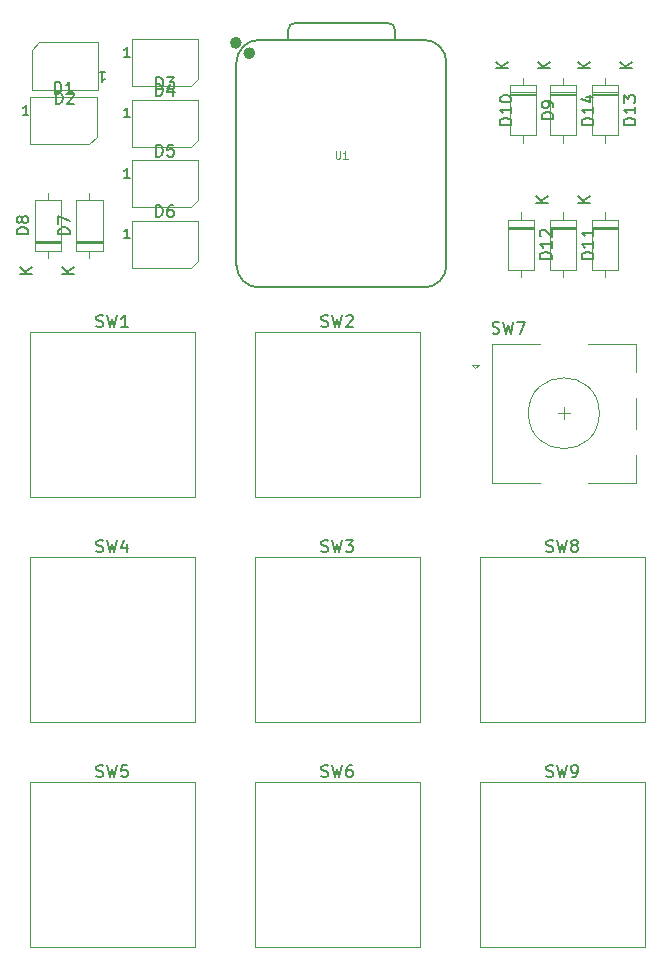
<source format=gbr>
%TF.GenerationSoftware,KiCad,Pcbnew,9.0.2*%
%TF.CreationDate,2025-08-01T00:08:25-07:00*%
%TF.ProjectId,macropad,6d616372-6f70-4616-942e-6b696361645f,rev?*%
%TF.SameCoordinates,Original*%
%TF.FileFunction,Legend,Top*%
%TF.FilePolarity,Positive*%
%FSLAX46Y46*%
G04 Gerber Fmt 4.6, Leading zero omitted, Abs format (unit mm)*
G04 Created by KiCad (PCBNEW 9.0.2) date 2025-08-01 00:08:25*
%MOMM*%
%LPD*%
G01*
G04 APERTURE LIST*
%ADD10C,0.150000*%
%ADD11C,0.101600*%
%ADD12C,0.120000*%
%ADD13C,0.127000*%
%ADD14C,0.100000*%
%ADD15C,0.504000*%
G04 APERTURE END LIST*
D10*
X70411905Y-53404819D02*
X70411905Y-52404819D01*
X70411905Y-52404819D02*
X70650000Y-52404819D01*
X70650000Y-52404819D02*
X70792857Y-52452438D01*
X70792857Y-52452438D02*
X70888095Y-52547676D01*
X70888095Y-52547676D02*
X70935714Y-52642914D01*
X70935714Y-52642914D02*
X70983333Y-52833390D01*
X70983333Y-52833390D02*
X70983333Y-52976247D01*
X70983333Y-52976247D02*
X70935714Y-53166723D01*
X70935714Y-53166723D02*
X70888095Y-53261961D01*
X70888095Y-53261961D02*
X70792857Y-53357200D01*
X70792857Y-53357200D02*
X70650000Y-53404819D01*
X70650000Y-53404819D02*
X70411905Y-53404819D01*
X71316667Y-52404819D02*
X71935714Y-52404819D01*
X71935714Y-52404819D02*
X71602381Y-52785771D01*
X71602381Y-52785771D02*
X71745238Y-52785771D01*
X71745238Y-52785771D02*
X71840476Y-52833390D01*
X71840476Y-52833390D02*
X71888095Y-52881009D01*
X71888095Y-52881009D02*
X71935714Y-52976247D01*
X71935714Y-52976247D02*
X71935714Y-53214342D01*
X71935714Y-53214342D02*
X71888095Y-53309580D01*
X71888095Y-53309580D02*
X71840476Y-53357200D01*
X71840476Y-53357200D02*
X71745238Y-53404819D01*
X71745238Y-53404819D02*
X71459524Y-53404819D01*
X71459524Y-53404819D02*
X71364286Y-53357200D01*
X71364286Y-53357200D02*
X71316667Y-53309580D01*
X68151071Y-50652295D02*
X67693928Y-50652295D01*
X67922500Y-50652295D02*
X67922500Y-49852295D01*
X67922500Y-49852295D02*
X67846309Y-49966580D01*
X67846309Y-49966580D02*
X67770119Y-50042771D01*
X67770119Y-50042771D02*
X67693928Y-50080866D01*
X61911905Y-54654819D02*
X61911905Y-53654819D01*
X61911905Y-53654819D02*
X62150000Y-53654819D01*
X62150000Y-53654819D02*
X62292857Y-53702438D01*
X62292857Y-53702438D02*
X62388095Y-53797676D01*
X62388095Y-53797676D02*
X62435714Y-53892914D01*
X62435714Y-53892914D02*
X62483333Y-54083390D01*
X62483333Y-54083390D02*
X62483333Y-54226247D01*
X62483333Y-54226247D02*
X62435714Y-54416723D01*
X62435714Y-54416723D02*
X62388095Y-54511961D01*
X62388095Y-54511961D02*
X62292857Y-54607200D01*
X62292857Y-54607200D02*
X62150000Y-54654819D01*
X62150000Y-54654819D02*
X61911905Y-54654819D01*
X62864286Y-53750057D02*
X62911905Y-53702438D01*
X62911905Y-53702438D02*
X63007143Y-53654819D01*
X63007143Y-53654819D02*
X63245238Y-53654819D01*
X63245238Y-53654819D02*
X63340476Y-53702438D01*
X63340476Y-53702438D02*
X63388095Y-53750057D01*
X63388095Y-53750057D02*
X63435714Y-53845295D01*
X63435714Y-53845295D02*
X63435714Y-53940533D01*
X63435714Y-53940533D02*
X63388095Y-54083390D01*
X63388095Y-54083390D02*
X62816667Y-54654819D01*
X62816667Y-54654819D02*
X63435714Y-54654819D01*
X65621428Y-51962704D02*
X66078571Y-51962704D01*
X65849999Y-51962704D02*
X65849999Y-52762704D01*
X65849999Y-52762704D02*
X65926190Y-52648419D01*
X65926190Y-52648419D02*
X66002380Y-52572228D01*
X66002380Y-52572228D02*
X66078571Y-52534133D01*
X70384405Y-53989819D02*
X70384405Y-52989819D01*
X70384405Y-52989819D02*
X70622500Y-52989819D01*
X70622500Y-52989819D02*
X70765357Y-53037438D01*
X70765357Y-53037438D02*
X70860595Y-53132676D01*
X70860595Y-53132676D02*
X70908214Y-53227914D01*
X70908214Y-53227914D02*
X70955833Y-53418390D01*
X70955833Y-53418390D02*
X70955833Y-53561247D01*
X70955833Y-53561247D02*
X70908214Y-53751723D01*
X70908214Y-53751723D02*
X70860595Y-53846961D01*
X70860595Y-53846961D02*
X70765357Y-53942200D01*
X70765357Y-53942200D02*
X70622500Y-53989819D01*
X70622500Y-53989819D02*
X70384405Y-53989819D01*
X71812976Y-53323152D02*
X71812976Y-53989819D01*
X71574881Y-52942200D02*
X71336786Y-53656485D01*
X71336786Y-53656485D02*
X71955833Y-53656485D01*
X68151071Y-55772295D02*
X67693928Y-55772295D01*
X67922500Y-55772295D02*
X67922500Y-54972295D01*
X67922500Y-54972295D02*
X67846309Y-55086580D01*
X67846309Y-55086580D02*
X67770119Y-55162771D01*
X67770119Y-55162771D02*
X67693928Y-55200866D01*
X70384405Y-59109819D02*
X70384405Y-58109819D01*
X70384405Y-58109819D02*
X70622500Y-58109819D01*
X70622500Y-58109819D02*
X70765357Y-58157438D01*
X70765357Y-58157438D02*
X70860595Y-58252676D01*
X70860595Y-58252676D02*
X70908214Y-58347914D01*
X70908214Y-58347914D02*
X70955833Y-58538390D01*
X70955833Y-58538390D02*
X70955833Y-58681247D01*
X70955833Y-58681247D02*
X70908214Y-58871723D01*
X70908214Y-58871723D02*
X70860595Y-58966961D01*
X70860595Y-58966961D02*
X70765357Y-59062200D01*
X70765357Y-59062200D02*
X70622500Y-59109819D01*
X70622500Y-59109819D02*
X70384405Y-59109819D01*
X71860595Y-58109819D02*
X71384405Y-58109819D01*
X71384405Y-58109819D02*
X71336786Y-58586009D01*
X71336786Y-58586009D02*
X71384405Y-58538390D01*
X71384405Y-58538390D02*
X71479643Y-58490771D01*
X71479643Y-58490771D02*
X71717738Y-58490771D01*
X71717738Y-58490771D02*
X71812976Y-58538390D01*
X71812976Y-58538390D02*
X71860595Y-58586009D01*
X71860595Y-58586009D02*
X71908214Y-58681247D01*
X71908214Y-58681247D02*
X71908214Y-58919342D01*
X71908214Y-58919342D02*
X71860595Y-59014580D01*
X71860595Y-59014580D02*
X71812976Y-59062200D01*
X71812976Y-59062200D02*
X71717738Y-59109819D01*
X71717738Y-59109819D02*
X71479643Y-59109819D01*
X71479643Y-59109819D02*
X71384405Y-59062200D01*
X71384405Y-59062200D02*
X71336786Y-59014580D01*
X68151071Y-60892295D02*
X67693928Y-60892295D01*
X67922500Y-60892295D02*
X67922500Y-60092295D01*
X67922500Y-60092295D02*
X67846309Y-60206580D01*
X67846309Y-60206580D02*
X67770119Y-60282771D01*
X67770119Y-60282771D02*
X67693928Y-60320866D01*
X70384405Y-64229819D02*
X70384405Y-63229819D01*
X70384405Y-63229819D02*
X70622500Y-63229819D01*
X70622500Y-63229819D02*
X70765357Y-63277438D01*
X70765357Y-63277438D02*
X70860595Y-63372676D01*
X70860595Y-63372676D02*
X70908214Y-63467914D01*
X70908214Y-63467914D02*
X70955833Y-63658390D01*
X70955833Y-63658390D02*
X70955833Y-63801247D01*
X70955833Y-63801247D02*
X70908214Y-63991723D01*
X70908214Y-63991723D02*
X70860595Y-64086961D01*
X70860595Y-64086961D02*
X70765357Y-64182200D01*
X70765357Y-64182200D02*
X70622500Y-64229819D01*
X70622500Y-64229819D02*
X70384405Y-64229819D01*
X71812976Y-63229819D02*
X71622500Y-63229819D01*
X71622500Y-63229819D02*
X71527262Y-63277438D01*
X71527262Y-63277438D02*
X71479643Y-63325057D01*
X71479643Y-63325057D02*
X71384405Y-63467914D01*
X71384405Y-63467914D02*
X71336786Y-63658390D01*
X71336786Y-63658390D02*
X71336786Y-64039342D01*
X71336786Y-64039342D02*
X71384405Y-64134580D01*
X71384405Y-64134580D02*
X71432024Y-64182200D01*
X71432024Y-64182200D02*
X71527262Y-64229819D01*
X71527262Y-64229819D02*
X71717738Y-64229819D01*
X71717738Y-64229819D02*
X71812976Y-64182200D01*
X71812976Y-64182200D02*
X71860595Y-64134580D01*
X71860595Y-64134580D02*
X71908214Y-64039342D01*
X71908214Y-64039342D02*
X71908214Y-63801247D01*
X71908214Y-63801247D02*
X71860595Y-63706009D01*
X71860595Y-63706009D02*
X71812976Y-63658390D01*
X71812976Y-63658390D02*
X71717738Y-63610771D01*
X71717738Y-63610771D02*
X71527262Y-63610771D01*
X71527262Y-63610771D02*
X71432024Y-63658390D01*
X71432024Y-63658390D02*
X71384405Y-63706009D01*
X71384405Y-63706009D02*
X71336786Y-63801247D01*
X68151071Y-66012295D02*
X67693928Y-66012295D01*
X67922500Y-66012295D02*
X67922500Y-65212295D01*
X67922500Y-65212295D02*
X67846309Y-65326580D01*
X67846309Y-65326580D02*
X67770119Y-65402771D01*
X67770119Y-65402771D02*
X67693928Y-65440866D01*
X61811905Y-53779819D02*
X61811905Y-52779819D01*
X61811905Y-52779819D02*
X62050000Y-52779819D01*
X62050000Y-52779819D02*
X62192857Y-52827438D01*
X62192857Y-52827438D02*
X62288095Y-52922676D01*
X62288095Y-52922676D02*
X62335714Y-53017914D01*
X62335714Y-53017914D02*
X62383333Y-53208390D01*
X62383333Y-53208390D02*
X62383333Y-53351247D01*
X62383333Y-53351247D02*
X62335714Y-53541723D01*
X62335714Y-53541723D02*
X62288095Y-53636961D01*
X62288095Y-53636961D02*
X62192857Y-53732200D01*
X62192857Y-53732200D02*
X62050000Y-53779819D01*
X62050000Y-53779819D02*
X61811905Y-53779819D01*
X63335714Y-53779819D02*
X62764286Y-53779819D01*
X63050000Y-53779819D02*
X63050000Y-52779819D01*
X63050000Y-52779819D02*
X62954762Y-52922676D01*
X62954762Y-52922676D02*
X62859524Y-53017914D01*
X62859524Y-53017914D02*
X62764286Y-53065533D01*
X59578571Y-55562295D02*
X59121428Y-55562295D01*
X59350000Y-55562295D02*
X59350000Y-54762295D01*
X59350000Y-54762295D02*
X59273809Y-54876580D01*
X59273809Y-54876580D02*
X59197619Y-54952771D01*
X59197619Y-54952771D02*
X59121428Y-54990866D01*
X110974819Y-56414285D02*
X109974819Y-56414285D01*
X109974819Y-56414285D02*
X109974819Y-56176190D01*
X109974819Y-56176190D02*
X110022438Y-56033333D01*
X110022438Y-56033333D02*
X110117676Y-55938095D01*
X110117676Y-55938095D02*
X110212914Y-55890476D01*
X110212914Y-55890476D02*
X110403390Y-55842857D01*
X110403390Y-55842857D02*
X110546247Y-55842857D01*
X110546247Y-55842857D02*
X110736723Y-55890476D01*
X110736723Y-55890476D02*
X110831961Y-55938095D01*
X110831961Y-55938095D02*
X110927200Y-56033333D01*
X110927200Y-56033333D02*
X110974819Y-56176190D01*
X110974819Y-56176190D02*
X110974819Y-56414285D01*
X110974819Y-54890476D02*
X110974819Y-55461904D01*
X110974819Y-55176190D02*
X109974819Y-55176190D01*
X109974819Y-55176190D02*
X110117676Y-55271428D01*
X110117676Y-55271428D02*
X110212914Y-55366666D01*
X110212914Y-55366666D02*
X110260533Y-55461904D01*
X109974819Y-54557142D02*
X109974819Y-53938095D01*
X109974819Y-53938095D02*
X110355771Y-54271428D01*
X110355771Y-54271428D02*
X110355771Y-54128571D01*
X110355771Y-54128571D02*
X110403390Y-54033333D01*
X110403390Y-54033333D02*
X110451009Y-53985714D01*
X110451009Y-53985714D02*
X110546247Y-53938095D01*
X110546247Y-53938095D02*
X110784342Y-53938095D01*
X110784342Y-53938095D02*
X110879580Y-53985714D01*
X110879580Y-53985714D02*
X110927200Y-54033333D01*
X110927200Y-54033333D02*
X110974819Y-54128571D01*
X110974819Y-54128571D02*
X110974819Y-54414285D01*
X110974819Y-54414285D02*
X110927200Y-54509523D01*
X110927200Y-54509523D02*
X110879580Y-54557142D01*
X110654819Y-51651904D02*
X109654819Y-51651904D01*
X110654819Y-51080476D02*
X110083390Y-51509047D01*
X109654819Y-51080476D02*
X110226247Y-51651904D01*
X107424819Y-56414285D02*
X106424819Y-56414285D01*
X106424819Y-56414285D02*
X106424819Y-56176190D01*
X106424819Y-56176190D02*
X106472438Y-56033333D01*
X106472438Y-56033333D02*
X106567676Y-55938095D01*
X106567676Y-55938095D02*
X106662914Y-55890476D01*
X106662914Y-55890476D02*
X106853390Y-55842857D01*
X106853390Y-55842857D02*
X106996247Y-55842857D01*
X106996247Y-55842857D02*
X107186723Y-55890476D01*
X107186723Y-55890476D02*
X107281961Y-55938095D01*
X107281961Y-55938095D02*
X107377200Y-56033333D01*
X107377200Y-56033333D02*
X107424819Y-56176190D01*
X107424819Y-56176190D02*
X107424819Y-56414285D01*
X107424819Y-54890476D02*
X107424819Y-55461904D01*
X107424819Y-55176190D02*
X106424819Y-55176190D01*
X106424819Y-55176190D02*
X106567676Y-55271428D01*
X106567676Y-55271428D02*
X106662914Y-55366666D01*
X106662914Y-55366666D02*
X106710533Y-55461904D01*
X106758152Y-54033333D02*
X107424819Y-54033333D01*
X106377200Y-54271428D02*
X107091485Y-54509523D01*
X107091485Y-54509523D02*
X107091485Y-53890476D01*
X107104819Y-51651904D02*
X106104819Y-51651904D01*
X107104819Y-51080476D02*
X106533390Y-51509047D01*
X106104819Y-51080476D02*
X106676247Y-51651904D01*
X103874819Y-67774285D02*
X102874819Y-67774285D01*
X102874819Y-67774285D02*
X102874819Y-67536190D01*
X102874819Y-67536190D02*
X102922438Y-67393333D01*
X102922438Y-67393333D02*
X103017676Y-67298095D01*
X103017676Y-67298095D02*
X103112914Y-67250476D01*
X103112914Y-67250476D02*
X103303390Y-67202857D01*
X103303390Y-67202857D02*
X103446247Y-67202857D01*
X103446247Y-67202857D02*
X103636723Y-67250476D01*
X103636723Y-67250476D02*
X103731961Y-67298095D01*
X103731961Y-67298095D02*
X103827200Y-67393333D01*
X103827200Y-67393333D02*
X103874819Y-67536190D01*
X103874819Y-67536190D02*
X103874819Y-67774285D01*
X103874819Y-66250476D02*
X103874819Y-66821904D01*
X103874819Y-66536190D02*
X102874819Y-66536190D01*
X102874819Y-66536190D02*
X103017676Y-66631428D01*
X103017676Y-66631428D02*
X103112914Y-66726666D01*
X103112914Y-66726666D02*
X103160533Y-66821904D01*
X102970057Y-65869523D02*
X102922438Y-65821904D01*
X102922438Y-65821904D02*
X102874819Y-65726666D01*
X102874819Y-65726666D02*
X102874819Y-65488571D01*
X102874819Y-65488571D02*
X102922438Y-65393333D01*
X102922438Y-65393333D02*
X102970057Y-65345714D01*
X102970057Y-65345714D02*
X103065295Y-65298095D01*
X103065295Y-65298095D02*
X103160533Y-65298095D01*
X103160533Y-65298095D02*
X103303390Y-65345714D01*
X103303390Y-65345714D02*
X103874819Y-65917142D01*
X103874819Y-65917142D02*
X103874819Y-65298095D01*
X103554819Y-63011904D02*
X102554819Y-63011904D01*
X103554819Y-62440476D02*
X102983390Y-62869047D01*
X102554819Y-62440476D02*
X103126247Y-63011904D01*
X63084819Y-65688094D02*
X62084819Y-65688094D01*
X62084819Y-65688094D02*
X62084819Y-65449999D01*
X62084819Y-65449999D02*
X62132438Y-65307142D01*
X62132438Y-65307142D02*
X62227676Y-65211904D01*
X62227676Y-65211904D02*
X62322914Y-65164285D01*
X62322914Y-65164285D02*
X62513390Y-65116666D01*
X62513390Y-65116666D02*
X62656247Y-65116666D01*
X62656247Y-65116666D02*
X62846723Y-65164285D01*
X62846723Y-65164285D02*
X62941961Y-65211904D01*
X62941961Y-65211904D02*
X63037200Y-65307142D01*
X63037200Y-65307142D02*
X63084819Y-65449999D01*
X63084819Y-65449999D02*
X63084819Y-65688094D01*
X62084819Y-64783332D02*
X62084819Y-64116666D01*
X62084819Y-64116666D02*
X63084819Y-64545237D01*
X63404819Y-69021904D02*
X62404819Y-69021904D01*
X63404819Y-68450476D02*
X62833390Y-68879047D01*
X62404819Y-68450476D02*
X62976247Y-69021904D01*
X104024819Y-55938094D02*
X103024819Y-55938094D01*
X103024819Y-55938094D02*
X103024819Y-55699999D01*
X103024819Y-55699999D02*
X103072438Y-55557142D01*
X103072438Y-55557142D02*
X103167676Y-55461904D01*
X103167676Y-55461904D02*
X103262914Y-55414285D01*
X103262914Y-55414285D02*
X103453390Y-55366666D01*
X103453390Y-55366666D02*
X103596247Y-55366666D01*
X103596247Y-55366666D02*
X103786723Y-55414285D01*
X103786723Y-55414285D02*
X103881961Y-55461904D01*
X103881961Y-55461904D02*
X103977200Y-55557142D01*
X103977200Y-55557142D02*
X104024819Y-55699999D01*
X104024819Y-55699999D02*
X104024819Y-55938094D01*
X104024819Y-54890475D02*
X104024819Y-54699999D01*
X104024819Y-54699999D02*
X103977200Y-54604761D01*
X103977200Y-54604761D02*
X103929580Y-54557142D01*
X103929580Y-54557142D02*
X103786723Y-54461904D01*
X103786723Y-54461904D02*
X103596247Y-54414285D01*
X103596247Y-54414285D02*
X103215295Y-54414285D01*
X103215295Y-54414285D02*
X103120057Y-54461904D01*
X103120057Y-54461904D02*
X103072438Y-54509523D01*
X103072438Y-54509523D02*
X103024819Y-54604761D01*
X103024819Y-54604761D02*
X103024819Y-54795237D01*
X103024819Y-54795237D02*
X103072438Y-54890475D01*
X103072438Y-54890475D02*
X103120057Y-54938094D01*
X103120057Y-54938094D02*
X103215295Y-54985713D01*
X103215295Y-54985713D02*
X103453390Y-54985713D01*
X103453390Y-54985713D02*
X103548628Y-54938094D01*
X103548628Y-54938094D02*
X103596247Y-54890475D01*
X103596247Y-54890475D02*
X103643866Y-54795237D01*
X103643866Y-54795237D02*
X103643866Y-54604761D01*
X103643866Y-54604761D02*
X103596247Y-54509523D01*
X103596247Y-54509523D02*
X103548628Y-54461904D01*
X103548628Y-54461904D02*
X103453390Y-54414285D01*
X103704819Y-51651904D02*
X102704819Y-51651904D01*
X103704819Y-51080476D02*
X103133390Y-51509047D01*
X102704819Y-51080476D02*
X103276247Y-51651904D01*
X100474819Y-56414285D02*
X99474819Y-56414285D01*
X99474819Y-56414285D02*
X99474819Y-56176190D01*
X99474819Y-56176190D02*
X99522438Y-56033333D01*
X99522438Y-56033333D02*
X99617676Y-55938095D01*
X99617676Y-55938095D02*
X99712914Y-55890476D01*
X99712914Y-55890476D02*
X99903390Y-55842857D01*
X99903390Y-55842857D02*
X100046247Y-55842857D01*
X100046247Y-55842857D02*
X100236723Y-55890476D01*
X100236723Y-55890476D02*
X100331961Y-55938095D01*
X100331961Y-55938095D02*
X100427200Y-56033333D01*
X100427200Y-56033333D02*
X100474819Y-56176190D01*
X100474819Y-56176190D02*
X100474819Y-56414285D01*
X100474819Y-54890476D02*
X100474819Y-55461904D01*
X100474819Y-55176190D02*
X99474819Y-55176190D01*
X99474819Y-55176190D02*
X99617676Y-55271428D01*
X99617676Y-55271428D02*
X99712914Y-55366666D01*
X99712914Y-55366666D02*
X99760533Y-55461904D01*
X99474819Y-54271428D02*
X99474819Y-54176190D01*
X99474819Y-54176190D02*
X99522438Y-54080952D01*
X99522438Y-54080952D02*
X99570057Y-54033333D01*
X99570057Y-54033333D02*
X99665295Y-53985714D01*
X99665295Y-53985714D02*
X99855771Y-53938095D01*
X99855771Y-53938095D02*
X100093866Y-53938095D01*
X100093866Y-53938095D02*
X100284342Y-53985714D01*
X100284342Y-53985714D02*
X100379580Y-54033333D01*
X100379580Y-54033333D02*
X100427200Y-54080952D01*
X100427200Y-54080952D02*
X100474819Y-54176190D01*
X100474819Y-54176190D02*
X100474819Y-54271428D01*
X100474819Y-54271428D02*
X100427200Y-54366666D01*
X100427200Y-54366666D02*
X100379580Y-54414285D01*
X100379580Y-54414285D02*
X100284342Y-54461904D01*
X100284342Y-54461904D02*
X100093866Y-54509523D01*
X100093866Y-54509523D02*
X99855771Y-54509523D01*
X99855771Y-54509523D02*
X99665295Y-54461904D01*
X99665295Y-54461904D02*
X99570057Y-54414285D01*
X99570057Y-54414285D02*
X99522438Y-54366666D01*
X99522438Y-54366666D02*
X99474819Y-54271428D01*
X100154819Y-51651904D02*
X99154819Y-51651904D01*
X100154819Y-51080476D02*
X99583390Y-51509047D01*
X99154819Y-51080476D02*
X99726247Y-51651904D01*
X59584819Y-65688094D02*
X58584819Y-65688094D01*
X58584819Y-65688094D02*
X58584819Y-65449999D01*
X58584819Y-65449999D02*
X58632438Y-65307142D01*
X58632438Y-65307142D02*
X58727676Y-65211904D01*
X58727676Y-65211904D02*
X58822914Y-65164285D01*
X58822914Y-65164285D02*
X59013390Y-65116666D01*
X59013390Y-65116666D02*
X59156247Y-65116666D01*
X59156247Y-65116666D02*
X59346723Y-65164285D01*
X59346723Y-65164285D02*
X59441961Y-65211904D01*
X59441961Y-65211904D02*
X59537200Y-65307142D01*
X59537200Y-65307142D02*
X59584819Y-65449999D01*
X59584819Y-65449999D02*
X59584819Y-65688094D01*
X59013390Y-64545237D02*
X58965771Y-64640475D01*
X58965771Y-64640475D02*
X58918152Y-64688094D01*
X58918152Y-64688094D02*
X58822914Y-64735713D01*
X58822914Y-64735713D02*
X58775295Y-64735713D01*
X58775295Y-64735713D02*
X58680057Y-64688094D01*
X58680057Y-64688094D02*
X58632438Y-64640475D01*
X58632438Y-64640475D02*
X58584819Y-64545237D01*
X58584819Y-64545237D02*
X58584819Y-64354761D01*
X58584819Y-64354761D02*
X58632438Y-64259523D01*
X58632438Y-64259523D02*
X58680057Y-64211904D01*
X58680057Y-64211904D02*
X58775295Y-64164285D01*
X58775295Y-64164285D02*
X58822914Y-64164285D01*
X58822914Y-64164285D02*
X58918152Y-64211904D01*
X58918152Y-64211904D02*
X58965771Y-64259523D01*
X58965771Y-64259523D02*
X59013390Y-64354761D01*
X59013390Y-64354761D02*
X59013390Y-64545237D01*
X59013390Y-64545237D02*
X59061009Y-64640475D01*
X59061009Y-64640475D02*
X59108628Y-64688094D01*
X59108628Y-64688094D02*
X59203866Y-64735713D01*
X59203866Y-64735713D02*
X59394342Y-64735713D01*
X59394342Y-64735713D02*
X59489580Y-64688094D01*
X59489580Y-64688094D02*
X59537200Y-64640475D01*
X59537200Y-64640475D02*
X59584819Y-64545237D01*
X59584819Y-64545237D02*
X59584819Y-64354761D01*
X59584819Y-64354761D02*
X59537200Y-64259523D01*
X59537200Y-64259523D02*
X59489580Y-64211904D01*
X59489580Y-64211904D02*
X59394342Y-64164285D01*
X59394342Y-64164285D02*
X59203866Y-64164285D01*
X59203866Y-64164285D02*
X59108628Y-64211904D01*
X59108628Y-64211904D02*
X59061009Y-64259523D01*
X59061009Y-64259523D02*
X59013390Y-64354761D01*
X59904819Y-69021904D02*
X58904819Y-69021904D01*
X59904819Y-68450476D02*
X59333390Y-68879047D01*
X58904819Y-68450476D02*
X59476247Y-69021904D01*
X107424819Y-67774285D02*
X106424819Y-67774285D01*
X106424819Y-67774285D02*
X106424819Y-67536190D01*
X106424819Y-67536190D02*
X106472438Y-67393333D01*
X106472438Y-67393333D02*
X106567676Y-67298095D01*
X106567676Y-67298095D02*
X106662914Y-67250476D01*
X106662914Y-67250476D02*
X106853390Y-67202857D01*
X106853390Y-67202857D02*
X106996247Y-67202857D01*
X106996247Y-67202857D02*
X107186723Y-67250476D01*
X107186723Y-67250476D02*
X107281961Y-67298095D01*
X107281961Y-67298095D02*
X107377200Y-67393333D01*
X107377200Y-67393333D02*
X107424819Y-67536190D01*
X107424819Y-67536190D02*
X107424819Y-67774285D01*
X107424819Y-66250476D02*
X107424819Y-66821904D01*
X107424819Y-66536190D02*
X106424819Y-66536190D01*
X106424819Y-66536190D02*
X106567676Y-66631428D01*
X106567676Y-66631428D02*
X106662914Y-66726666D01*
X106662914Y-66726666D02*
X106710533Y-66821904D01*
X107424819Y-65298095D02*
X107424819Y-65869523D01*
X107424819Y-65583809D02*
X106424819Y-65583809D01*
X106424819Y-65583809D02*
X106567676Y-65679047D01*
X106567676Y-65679047D02*
X106662914Y-65774285D01*
X106662914Y-65774285D02*
X106710533Y-65869523D01*
X107104819Y-63011904D02*
X106104819Y-63011904D01*
X107104819Y-62440476D02*
X106533390Y-62869047D01*
X106104819Y-62440476D02*
X106676247Y-63011904D01*
D11*
X85606190Y-58664979D02*
X85606190Y-59179026D01*
X85606190Y-59179026D02*
X85636428Y-59239502D01*
X85636428Y-59239502D02*
X85666666Y-59269741D01*
X85666666Y-59269741D02*
X85727142Y-59299979D01*
X85727142Y-59299979D02*
X85848095Y-59299979D01*
X85848095Y-59299979D02*
X85908571Y-59269741D01*
X85908571Y-59269741D02*
X85938809Y-59239502D01*
X85938809Y-59239502D02*
X85969047Y-59179026D01*
X85969047Y-59179026D02*
X85969047Y-58664979D01*
X86604047Y-59299979D02*
X86241190Y-59299979D01*
X86422618Y-59299979D02*
X86422618Y-58664979D01*
X86422618Y-58664979D02*
X86362142Y-58755693D01*
X86362142Y-58755693D02*
X86301666Y-58816169D01*
X86301666Y-58816169D02*
X86241190Y-58846407D01*
D10*
X103441667Y-111595700D02*
X103584524Y-111643319D01*
X103584524Y-111643319D02*
X103822619Y-111643319D01*
X103822619Y-111643319D02*
X103917857Y-111595700D01*
X103917857Y-111595700D02*
X103965476Y-111548080D01*
X103965476Y-111548080D02*
X104013095Y-111452842D01*
X104013095Y-111452842D02*
X104013095Y-111357604D01*
X104013095Y-111357604D02*
X103965476Y-111262366D01*
X103965476Y-111262366D02*
X103917857Y-111214747D01*
X103917857Y-111214747D02*
X103822619Y-111167128D01*
X103822619Y-111167128D02*
X103632143Y-111119509D01*
X103632143Y-111119509D02*
X103536905Y-111071890D01*
X103536905Y-111071890D02*
X103489286Y-111024271D01*
X103489286Y-111024271D02*
X103441667Y-110929033D01*
X103441667Y-110929033D02*
X103441667Y-110833795D01*
X103441667Y-110833795D02*
X103489286Y-110738557D01*
X103489286Y-110738557D02*
X103536905Y-110690938D01*
X103536905Y-110690938D02*
X103632143Y-110643319D01*
X103632143Y-110643319D02*
X103870238Y-110643319D01*
X103870238Y-110643319D02*
X104013095Y-110690938D01*
X104346429Y-110643319D02*
X104584524Y-111643319D01*
X104584524Y-111643319D02*
X104775000Y-110929033D01*
X104775000Y-110929033D02*
X104965476Y-111643319D01*
X104965476Y-111643319D02*
X105203572Y-110643319D01*
X105632143Y-111643319D02*
X105822619Y-111643319D01*
X105822619Y-111643319D02*
X105917857Y-111595700D01*
X105917857Y-111595700D02*
X105965476Y-111548080D01*
X105965476Y-111548080D02*
X106060714Y-111405223D01*
X106060714Y-111405223D02*
X106108333Y-111214747D01*
X106108333Y-111214747D02*
X106108333Y-110833795D01*
X106108333Y-110833795D02*
X106060714Y-110738557D01*
X106060714Y-110738557D02*
X106013095Y-110690938D01*
X106013095Y-110690938D02*
X105917857Y-110643319D01*
X105917857Y-110643319D02*
X105727381Y-110643319D01*
X105727381Y-110643319D02*
X105632143Y-110690938D01*
X105632143Y-110690938D02*
X105584524Y-110738557D01*
X105584524Y-110738557D02*
X105536905Y-110833795D01*
X105536905Y-110833795D02*
X105536905Y-111071890D01*
X105536905Y-111071890D02*
X105584524Y-111167128D01*
X105584524Y-111167128D02*
X105632143Y-111214747D01*
X105632143Y-111214747D02*
X105727381Y-111262366D01*
X105727381Y-111262366D02*
X105917857Y-111262366D01*
X105917857Y-111262366D02*
X106013095Y-111214747D01*
X106013095Y-111214747D02*
X106060714Y-111167128D01*
X106060714Y-111167128D02*
X106108333Y-111071890D01*
X103441667Y-92545700D02*
X103584524Y-92593319D01*
X103584524Y-92593319D02*
X103822619Y-92593319D01*
X103822619Y-92593319D02*
X103917857Y-92545700D01*
X103917857Y-92545700D02*
X103965476Y-92498080D01*
X103965476Y-92498080D02*
X104013095Y-92402842D01*
X104013095Y-92402842D02*
X104013095Y-92307604D01*
X104013095Y-92307604D02*
X103965476Y-92212366D01*
X103965476Y-92212366D02*
X103917857Y-92164747D01*
X103917857Y-92164747D02*
X103822619Y-92117128D01*
X103822619Y-92117128D02*
X103632143Y-92069509D01*
X103632143Y-92069509D02*
X103536905Y-92021890D01*
X103536905Y-92021890D02*
X103489286Y-91974271D01*
X103489286Y-91974271D02*
X103441667Y-91879033D01*
X103441667Y-91879033D02*
X103441667Y-91783795D01*
X103441667Y-91783795D02*
X103489286Y-91688557D01*
X103489286Y-91688557D02*
X103536905Y-91640938D01*
X103536905Y-91640938D02*
X103632143Y-91593319D01*
X103632143Y-91593319D02*
X103870238Y-91593319D01*
X103870238Y-91593319D02*
X104013095Y-91640938D01*
X104346429Y-91593319D02*
X104584524Y-92593319D01*
X104584524Y-92593319D02*
X104775000Y-91879033D01*
X104775000Y-91879033D02*
X104965476Y-92593319D01*
X104965476Y-92593319D02*
X105203572Y-91593319D01*
X105727381Y-92021890D02*
X105632143Y-91974271D01*
X105632143Y-91974271D02*
X105584524Y-91926652D01*
X105584524Y-91926652D02*
X105536905Y-91831414D01*
X105536905Y-91831414D02*
X105536905Y-91783795D01*
X105536905Y-91783795D02*
X105584524Y-91688557D01*
X105584524Y-91688557D02*
X105632143Y-91640938D01*
X105632143Y-91640938D02*
X105727381Y-91593319D01*
X105727381Y-91593319D02*
X105917857Y-91593319D01*
X105917857Y-91593319D02*
X106013095Y-91640938D01*
X106013095Y-91640938D02*
X106060714Y-91688557D01*
X106060714Y-91688557D02*
X106108333Y-91783795D01*
X106108333Y-91783795D02*
X106108333Y-91831414D01*
X106108333Y-91831414D02*
X106060714Y-91926652D01*
X106060714Y-91926652D02*
X106013095Y-91974271D01*
X106013095Y-91974271D02*
X105917857Y-92021890D01*
X105917857Y-92021890D02*
X105727381Y-92021890D01*
X105727381Y-92021890D02*
X105632143Y-92069509D01*
X105632143Y-92069509D02*
X105584524Y-92117128D01*
X105584524Y-92117128D02*
X105536905Y-92212366D01*
X105536905Y-92212366D02*
X105536905Y-92402842D01*
X105536905Y-92402842D02*
X105584524Y-92498080D01*
X105584524Y-92498080D02*
X105632143Y-92545700D01*
X105632143Y-92545700D02*
X105727381Y-92593319D01*
X105727381Y-92593319D02*
X105917857Y-92593319D01*
X105917857Y-92593319D02*
X106013095Y-92545700D01*
X106013095Y-92545700D02*
X106060714Y-92498080D01*
X106060714Y-92498080D02*
X106108333Y-92402842D01*
X106108333Y-92402842D02*
X106108333Y-92212366D01*
X106108333Y-92212366D02*
X106060714Y-92117128D01*
X106060714Y-92117128D02*
X106013095Y-92069509D01*
X106013095Y-92069509D02*
X105917857Y-92021890D01*
X84391667Y-92545700D02*
X84534524Y-92593319D01*
X84534524Y-92593319D02*
X84772619Y-92593319D01*
X84772619Y-92593319D02*
X84867857Y-92545700D01*
X84867857Y-92545700D02*
X84915476Y-92498080D01*
X84915476Y-92498080D02*
X84963095Y-92402842D01*
X84963095Y-92402842D02*
X84963095Y-92307604D01*
X84963095Y-92307604D02*
X84915476Y-92212366D01*
X84915476Y-92212366D02*
X84867857Y-92164747D01*
X84867857Y-92164747D02*
X84772619Y-92117128D01*
X84772619Y-92117128D02*
X84582143Y-92069509D01*
X84582143Y-92069509D02*
X84486905Y-92021890D01*
X84486905Y-92021890D02*
X84439286Y-91974271D01*
X84439286Y-91974271D02*
X84391667Y-91879033D01*
X84391667Y-91879033D02*
X84391667Y-91783795D01*
X84391667Y-91783795D02*
X84439286Y-91688557D01*
X84439286Y-91688557D02*
X84486905Y-91640938D01*
X84486905Y-91640938D02*
X84582143Y-91593319D01*
X84582143Y-91593319D02*
X84820238Y-91593319D01*
X84820238Y-91593319D02*
X84963095Y-91640938D01*
X85296429Y-91593319D02*
X85534524Y-92593319D01*
X85534524Y-92593319D02*
X85725000Y-91879033D01*
X85725000Y-91879033D02*
X85915476Y-92593319D01*
X85915476Y-92593319D02*
X86153572Y-91593319D01*
X86439286Y-91593319D02*
X87058333Y-91593319D01*
X87058333Y-91593319D02*
X86725000Y-91974271D01*
X86725000Y-91974271D02*
X86867857Y-91974271D01*
X86867857Y-91974271D02*
X86963095Y-92021890D01*
X86963095Y-92021890D02*
X87010714Y-92069509D01*
X87010714Y-92069509D02*
X87058333Y-92164747D01*
X87058333Y-92164747D02*
X87058333Y-92402842D01*
X87058333Y-92402842D02*
X87010714Y-92498080D01*
X87010714Y-92498080D02*
X86963095Y-92545700D01*
X86963095Y-92545700D02*
X86867857Y-92593319D01*
X86867857Y-92593319D02*
X86582143Y-92593319D01*
X86582143Y-92593319D02*
X86486905Y-92545700D01*
X86486905Y-92545700D02*
X86439286Y-92498080D01*
X65341667Y-73495700D02*
X65484524Y-73543319D01*
X65484524Y-73543319D02*
X65722619Y-73543319D01*
X65722619Y-73543319D02*
X65817857Y-73495700D01*
X65817857Y-73495700D02*
X65865476Y-73448080D01*
X65865476Y-73448080D02*
X65913095Y-73352842D01*
X65913095Y-73352842D02*
X65913095Y-73257604D01*
X65913095Y-73257604D02*
X65865476Y-73162366D01*
X65865476Y-73162366D02*
X65817857Y-73114747D01*
X65817857Y-73114747D02*
X65722619Y-73067128D01*
X65722619Y-73067128D02*
X65532143Y-73019509D01*
X65532143Y-73019509D02*
X65436905Y-72971890D01*
X65436905Y-72971890D02*
X65389286Y-72924271D01*
X65389286Y-72924271D02*
X65341667Y-72829033D01*
X65341667Y-72829033D02*
X65341667Y-72733795D01*
X65341667Y-72733795D02*
X65389286Y-72638557D01*
X65389286Y-72638557D02*
X65436905Y-72590938D01*
X65436905Y-72590938D02*
X65532143Y-72543319D01*
X65532143Y-72543319D02*
X65770238Y-72543319D01*
X65770238Y-72543319D02*
X65913095Y-72590938D01*
X66246429Y-72543319D02*
X66484524Y-73543319D01*
X66484524Y-73543319D02*
X66675000Y-72829033D01*
X66675000Y-72829033D02*
X66865476Y-73543319D01*
X66865476Y-73543319D02*
X67103572Y-72543319D01*
X68008333Y-73543319D02*
X67436905Y-73543319D01*
X67722619Y-73543319D02*
X67722619Y-72543319D01*
X67722619Y-72543319D02*
X67627381Y-72686176D01*
X67627381Y-72686176D02*
X67532143Y-72781414D01*
X67532143Y-72781414D02*
X67436905Y-72829033D01*
X84391667Y-111595700D02*
X84534524Y-111643319D01*
X84534524Y-111643319D02*
X84772619Y-111643319D01*
X84772619Y-111643319D02*
X84867857Y-111595700D01*
X84867857Y-111595700D02*
X84915476Y-111548080D01*
X84915476Y-111548080D02*
X84963095Y-111452842D01*
X84963095Y-111452842D02*
X84963095Y-111357604D01*
X84963095Y-111357604D02*
X84915476Y-111262366D01*
X84915476Y-111262366D02*
X84867857Y-111214747D01*
X84867857Y-111214747D02*
X84772619Y-111167128D01*
X84772619Y-111167128D02*
X84582143Y-111119509D01*
X84582143Y-111119509D02*
X84486905Y-111071890D01*
X84486905Y-111071890D02*
X84439286Y-111024271D01*
X84439286Y-111024271D02*
X84391667Y-110929033D01*
X84391667Y-110929033D02*
X84391667Y-110833795D01*
X84391667Y-110833795D02*
X84439286Y-110738557D01*
X84439286Y-110738557D02*
X84486905Y-110690938D01*
X84486905Y-110690938D02*
X84582143Y-110643319D01*
X84582143Y-110643319D02*
X84820238Y-110643319D01*
X84820238Y-110643319D02*
X84963095Y-110690938D01*
X85296429Y-110643319D02*
X85534524Y-111643319D01*
X85534524Y-111643319D02*
X85725000Y-110929033D01*
X85725000Y-110929033D02*
X85915476Y-111643319D01*
X85915476Y-111643319D02*
X86153572Y-110643319D01*
X86963095Y-110643319D02*
X86772619Y-110643319D01*
X86772619Y-110643319D02*
X86677381Y-110690938D01*
X86677381Y-110690938D02*
X86629762Y-110738557D01*
X86629762Y-110738557D02*
X86534524Y-110881414D01*
X86534524Y-110881414D02*
X86486905Y-111071890D01*
X86486905Y-111071890D02*
X86486905Y-111452842D01*
X86486905Y-111452842D02*
X86534524Y-111548080D01*
X86534524Y-111548080D02*
X86582143Y-111595700D01*
X86582143Y-111595700D02*
X86677381Y-111643319D01*
X86677381Y-111643319D02*
X86867857Y-111643319D01*
X86867857Y-111643319D02*
X86963095Y-111595700D01*
X86963095Y-111595700D02*
X87010714Y-111548080D01*
X87010714Y-111548080D02*
X87058333Y-111452842D01*
X87058333Y-111452842D02*
X87058333Y-111214747D01*
X87058333Y-111214747D02*
X87010714Y-111119509D01*
X87010714Y-111119509D02*
X86963095Y-111071890D01*
X86963095Y-111071890D02*
X86867857Y-111024271D01*
X86867857Y-111024271D02*
X86677381Y-111024271D01*
X86677381Y-111024271D02*
X86582143Y-111071890D01*
X86582143Y-111071890D02*
X86534524Y-111119509D01*
X86534524Y-111119509D02*
X86486905Y-111214747D01*
X65341667Y-92545700D02*
X65484524Y-92593319D01*
X65484524Y-92593319D02*
X65722619Y-92593319D01*
X65722619Y-92593319D02*
X65817857Y-92545700D01*
X65817857Y-92545700D02*
X65865476Y-92498080D01*
X65865476Y-92498080D02*
X65913095Y-92402842D01*
X65913095Y-92402842D02*
X65913095Y-92307604D01*
X65913095Y-92307604D02*
X65865476Y-92212366D01*
X65865476Y-92212366D02*
X65817857Y-92164747D01*
X65817857Y-92164747D02*
X65722619Y-92117128D01*
X65722619Y-92117128D02*
X65532143Y-92069509D01*
X65532143Y-92069509D02*
X65436905Y-92021890D01*
X65436905Y-92021890D02*
X65389286Y-91974271D01*
X65389286Y-91974271D02*
X65341667Y-91879033D01*
X65341667Y-91879033D02*
X65341667Y-91783795D01*
X65341667Y-91783795D02*
X65389286Y-91688557D01*
X65389286Y-91688557D02*
X65436905Y-91640938D01*
X65436905Y-91640938D02*
X65532143Y-91593319D01*
X65532143Y-91593319D02*
X65770238Y-91593319D01*
X65770238Y-91593319D02*
X65913095Y-91640938D01*
X66246429Y-91593319D02*
X66484524Y-92593319D01*
X66484524Y-92593319D02*
X66675000Y-91879033D01*
X66675000Y-91879033D02*
X66865476Y-92593319D01*
X66865476Y-92593319D02*
X67103572Y-91593319D01*
X67913095Y-91926652D02*
X67913095Y-92593319D01*
X67675000Y-91545700D02*
X67436905Y-92259985D01*
X67436905Y-92259985D02*
X68055952Y-92259985D01*
X65341667Y-111595700D02*
X65484524Y-111643319D01*
X65484524Y-111643319D02*
X65722619Y-111643319D01*
X65722619Y-111643319D02*
X65817857Y-111595700D01*
X65817857Y-111595700D02*
X65865476Y-111548080D01*
X65865476Y-111548080D02*
X65913095Y-111452842D01*
X65913095Y-111452842D02*
X65913095Y-111357604D01*
X65913095Y-111357604D02*
X65865476Y-111262366D01*
X65865476Y-111262366D02*
X65817857Y-111214747D01*
X65817857Y-111214747D02*
X65722619Y-111167128D01*
X65722619Y-111167128D02*
X65532143Y-111119509D01*
X65532143Y-111119509D02*
X65436905Y-111071890D01*
X65436905Y-111071890D02*
X65389286Y-111024271D01*
X65389286Y-111024271D02*
X65341667Y-110929033D01*
X65341667Y-110929033D02*
X65341667Y-110833795D01*
X65341667Y-110833795D02*
X65389286Y-110738557D01*
X65389286Y-110738557D02*
X65436905Y-110690938D01*
X65436905Y-110690938D02*
X65532143Y-110643319D01*
X65532143Y-110643319D02*
X65770238Y-110643319D01*
X65770238Y-110643319D02*
X65913095Y-110690938D01*
X66246429Y-110643319D02*
X66484524Y-111643319D01*
X66484524Y-111643319D02*
X66675000Y-110929033D01*
X66675000Y-110929033D02*
X66865476Y-111643319D01*
X66865476Y-111643319D02*
X67103572Y-110643319D01*
X67960714Y-110643319D02*
X67484524Y-110643319D01*
X67484524Y-110643319D02*
X67436905Y-111119509D01*
X67436905Y-111119509D02*
X67484524Y-111071890D01*
X67484524Y-111071890D02*
X67579762Y-111024271D01*
X67579762Y-111024271D02*
X67817857Y-111024271D01*
X67817857Y-111024271D02*
X67913095Y-111071890D01*
X67913095Y-111071890D02*
X67960714Y-111119509D01*
X67960714Y-111119509D02*
X68008333Y-111214747D01*
X68008333Y-111214747D02*
X68008333Y-111452842D01*
X68008333Y-111452842D02*
X67960714Y-111548080D01*
X67960714Y-111548080D02*
X67913095Y-111595700D01*
X67913095Y-111595700D02*
X67817857Y-111643319D01*
X67817857Y-111643319D02*
X67579762Y-111643319D01*
X67579762Y-111643319D02*
X67484524Y-111595700D01*
X67484524Y-111595700D02*
X67436905Y-111548080D01*
X84391667Y-73495700D02*
X84534524Y-73543319D01*
X84534524Y-73543319D02*
X84772619Y-73543319D01*
X84772619Y-73543319D02*
X84867857Y-73495700D01*
X84867857Y-73495700D02*
X84915476Y-73448080D01*
X84915476Y-73448080D02*
X84963095Y-73352842D01*
X84963095Y-73352842D02*
X84963095Y-73257604D01*
X84963095Y-73257604D02*
X84915476Y-73162366D01*
X84915476Y-73162366D02*
X84867857Y-73114747D01*
X84867857Y-73114747D02*
X84772619Y-73067128D01*
X84772619Y-73067128D02*
X84582143Y-73019509D01*
X84582143Y-73019509D02*
X84486905Y-72971890D01*
X84486905Y-72971890D02*
X84439286Y-72924271D01*
X84439286Y-72924271D02*
X84391667Y-72829033D01*
X84391667Y-72829033D02*
X84391667Y-72733795D01*
X84391667Y-72733795D02*
X84439286Y-72638557D01*
X84439286Y-72638557D02*
X84486905Y-72590938D01*
X84486905Y-72590938D02*
X84582143Y-72543319D01*
X84582143Y-72543319D02*
X84820238Y-72543319D01*
X84820238Y-72543319D02*
X84963095Y-72590938D01*
X85296429Y-72543319D02*
X85534524Y-73543319D01*
X85534524Y-73543319D02*
X85725000Y-72829033D01*
X85725000Y-72829033D02*
X85915476Y-73543319D01*
X85915476Y-73543319D02*
X86153572Y-72543319D01*
X86486905Y-72638557D02*
X86534524Y-72590938D01*
X86534524Y-72590938D02*
X86629762Y-72543319D01*
X86629762Y-72543319D02*
X86867857Y-72543319D01*
X86867857Y-72543319D02*
X86963095Y-72590938D01*
X86963095Y-72590938D02*
X87010714Y-72638557D01*
X87010714Y-72638557D02*
X87058333Y-72733795D01*
X87058333Y-72733795D02*
X87058333Y-72829033D01*
X87058333Y-72829033D02*
X87010714Y-72971890D01*
X87010714Y-72971890D02*
X86439286Y-73543319D01*
X86439286Y-73543319D02*
X87058333Y-73543319D01*
X98885417Y-74050950D02*
X99028274Y-74098569D01*
X99028274Y-74098569D02*
X99266369Y-74098569D01*
X99266369Y-74098569D02*
X99361607Y-74050950D01*
X99361607Y-74050950D02*
X99409226Y-74003330D01*
X99409226Y-74003330D02*
X99456845Y-73908092D01*
X99456845Y-73908092D02*
X99456845Y-73812854D01*
X99456845Y-73812854D02*
X99409226Y-73717616D01*
X99409226Y-73717616D02*
X99361607Y-73669997D01*
X99361607Y-73669997D02*
X99266369Y-73622378D01*
X99266369Y-73622378D02*
X99075893Y-73574759D01*
X99075893Y-73574759D02*
X98980655Y-73527140D01*
X98980655Y-73527140D02*
X98933036Y-73479521D01*
X98933036Y-73479521D02*
X98885417Y-73384283D01*
X98885417Y-73384283D02*
X98885417Y-73289045D01*
X98885417Y-73289045D02*
X98933036Y-73193807D01*
X98933036Y-73193807D02*
X98980655Y-73146188D01*
X98980655Y-73146188D02*
X99075893Y-73098569D01*
X99075893Y-73098569D02*
X99313988Y-73098569D01*
X99313988Y-73098569D02*
X99456845Y-73146188D01*
X99790179Y-73098569D02*
X100028274Y-74098569D01*
X100028274Y-74098569D02*
X100218750Y-73384283D01*
X100218750Y-73384283D02*
X100409226Y-74098569D01*
X100409226Y-74098569D02*
X100647322Y-73098569D01*
X100933036Y-73098569D02*
X101599702Y-73098569D01*
X101599702Y-73098569D02*
X101171131Y-74098569D01*
D12*
%TO.C,D3*%
X73922500Y-52565000D02*
X73922500Y-49165000D01*
X73922500Y-52565000D02*
X73322500Y-53165000D01*
X68322500Y-53165000D02*
X73322500Y-53165000D01*
X68322500Y-49165000D02*
X73922500Y-49165000D01*
X68322500Y-49165000D02*
X68322500Y-53165000D01*
%TO.C,D2*%
X59850000Y-50050000D02*
X59850000Y-53450000D01*
X59850000Y-50050000D02*
X60450000Y-49450000D01*
X65450000Y-49450000D02*
X60450000Y-49450000D01*
X65450000Y-53450000D02*
X59850000Y-53450000D01*
X65450000Y-53450000D02*
X65450000Y-49450000D01*
%TO.C,D4*%
X73922500Y-57685000D02*
X73922500Y-54285000D01*
X73922500Y-57685000D02*
X73322500Y-58285000D01*
X68322500Y-58285000D02*
X73322500Y-58285000D01*
X68322500Y-54285000D02*
X73922500Y-54285000D01*
X68322500Y-54285000D02*
X68322500Y-58285000D01*
%TO.C,D5*%
X73922500Y-62805000D02*
X73922500Y-59405000D01*
X73922500Y-62805000D02*
X73322500Y-63405000D01*
X68322500Y-63405000D02*
X73322500Y-63405000D01*
X68322500Y-59405000D02*
X73922500Y-59405000D01*
X68322500Y-59405000D02*
X68322500Y-63405000D01*
%TO.C,D6*%
X73922500Y-67925000D02*
X73922500Y-64525000D01*
X73922500Y-67925000D02*
X73322500Y-68525000D01*
X68322500Y-68525000D02*
X73322500Y-68525000D01*
X68322500Y-64525000D02*
X73922500Y-64525000D01*
X68322500Y-64525000D02*
X68322500Y-68525000D01*
%TO.C,D1*%
X65350000Y-57475000D02*
X65350000Y-54075000D01*
X65350000Y-57475000D02*
X64750000Y-58075000D01*
X59750000Y-58075000D02*
X64750000Y-58075000D01*
X59750000Y-54075000D02*
X65350000Y-54075000D01*
X59750000Y-54075000D02*
X59750000Y-58075000D01*
%TO.C,D13*%
X109520000Y-53080000D02*
X107280000Y-53080000D01*
X107280000Y-57320000D01*
X109520000Y-57320000D01*
X109520000Y-53080000D01*
X108400000Y-57970000D02*
X108400000Y-57320000D01*
X109520000Y-53920000D02*
X107280000Y-53920000D01*
X109520000Y-53800000D02*
X107280000Y-53800000D01*
X109520000Y-53680000D02*
X107280000Y-53680000D01*
X108400000Y-52430000D02*
X108400000Y-53080000D01*
%TO.C,D14*%
X105970000Y-53080000D02*
X103730000Y-53080000D01*
X103730000Y-57320000D01*
X105970000Y-57320000D01*
X105970000Y-53080000D01*
X104850000Y-57970000D02*
X104850000Y-57320000D01*
X105970000Y-53920000D02*
X103730000Y-53920000D01*
X105970000Y-53800000D02*
X103730000Y-53800000D01*
X105970000Y-53680000D02*
X103730000Y-53680000D01*
X104850000Y-52430000D02*
X104850000Y-53080000D01*
%TO.C,D12*%
X102420000Y-64440000D02*
X100180000Y-64440000D01*
X100180000Y-68680000D01*
X102420000Y-68680000D01*
X102420000Y-64440000D01*
X101300000Y-69330000D02*
X101300000Y-68680000D01*
X102420000Y-65280000D02*
X100180000Y-65280000D01*
X102420000Y-65160000D02*
X100180000Y-65160000D01*
X102420000Y-65040000D02*
X100180000Y-65040000D01*
X101300000Y-63790000D02*
X101300000Y-64440000D01*
%TO.C,D7*%
X63630000Y-67070000D02*
X65870000Y-67070000D01*
X65870000Y-62830000D01*
X63630000Y-62830000D01*
X63630000Y-67070000D01*
X64750000Y-62180000D02*
X64750000Y-62830000D01*
X63630000Y-66230000D02*
X65870000Y-66230000D01*
X63630000Y-66350000D02*
X65870000Y-66350000D01*
X63630000Y-66470000D02*
X65870000Y-66470000D01*
X64750000Y-67720000D02*
X64750000Y-67070000D01*
%TO.C,D9*%
X102570000Y-53080000D02*
X100330000Y-53080000D01*
X100330000Y-57320000D01*
X102570000Y-57320000D01*
X102570000Y-53080000D01*
X101450000Y-57970000D02*
X101450000Y-57320000D01*
X102570000Y-53920000D02*
X100330000Y-53920000D01*
X102570000Y-53800000D02*
X100330000Y-53800000D01*
X102570000Y-53680000D02*
X100330000Y-53680000D01*
X101450000Y-52430000D02*
X101450000Y-53080000D01*
%TO.C,D10*%
X109520000Y-64440000D02*
X107280000Y-64440000D01*
X107280000Y-68680000D01*
X109520000Y-68680000D01*
X109520000Y-64440000D01*
X108400000Y-69330000D02*
X108400000Y-68680000D01*
X109520000Y-65280000D02*
X107280000Y-65280000D01*
X109520000Y-65160000D02*
X107280000Y-65160000D01*
X109520000Y-65040000D02*
X107280000Y-65040000D01*
X108400000Y-63790000D02*
X108400000Y-64440000D01*
%TO.C,D8*%
X60130000Y-67070000D02*
X62370000Y-67070000D01*
X62370000Y-62830000D01*
X60130000Y-62830000D01*
X60130000Y-67070000D01*
X61250000Y-62180000D02*
X61250000Y-62830000D01*
X60130000Y-66230000D02*
X62370000Y-66230000D01*
X60130000Y-66350000D02*
X62370000Y-66350000D01*
X60130000Y-66470000D02*
X62370000Y-66470000D01*
X61250000Y-67720000D02*
X61250000Y-67070000D01*
%TO.C,D11*%
X105970000Y-64440000D02*
X103730000Y-64440000D01*
X103730000Y-68680000D01*
X105970000Y-68680000D01*
X105970000Y-64440000D01*
X104850000Y-69330000D02*
X104850000Y-68680000D01*
X105970000Y-65280000D02*
X103730000Y-65280000D01*
X105970000Y-65160000D02*
X103730000Y-65160000D01*
X105970000Y-65040000D02*
X103730000Y-65040000D01*
X104850000Y-63790000D02*
X104850000Y-64440000D01*
D13*
%TO.C,U1*%
X77200000Y-68289000D02*
X77200000Y-51144000D01*
X79105000Y-70194000D02*
X93075000Y-70194000D01*
X81595000Y-49239000D02*
X81598728Y-48328728D01*
X82098728Y-47829000D02*
X90094000Y-47829000D01*
X90594000Y-48329000D02*
X90594000Y-49239000D01*
D14*
X93075000Y-49239000D02*
X79105000Y-49239000D01*
D13*
X93075000Y-49239000D02*
X79105000Y-49239000D01*
X94980000Y-68289000D02*
X94980000Y-51144000D01*
X77200000Y-51144000D02*
G75*
G02*
X79105000Y-49239000I1905001J-1D01*
G01*
X79105000Y-70194000D02*
G75*
G02*
X77200000Y-68289000I1J1905001D01*
G01*
X81598728Y-48328728D02*
G75*
G02*
X82098728Y-47829001I500018J-291D01*
G01*
X90094000Y-47829000D02*
G75*
G02*
X90594000Y-48329000I0J-500000D01*
G01*
X93075000Y-49239000D02*
G75*
G02*
X94980000Y-51144000I0J-1905000D01*
G01*
X94980000Y-68289000D02*
G75*
G02*
X93075000Y-70194000I-1905000J0D01*
G01*
D15*
X77392000Y-49480000D02*
G75*
G02*
X76888000Y-49480000I-252000J0D01*
G01*
X76888000Y-49480000D02*
G75*
G02*
X77392000Y-49480000I252000J0D01*
G01*
X78535000Y-50360000D02*
G75*
G02*
X78031000Y-50360000I-252000J0D01*
G01*
X78031000Y-50360000D02*
G75*
G02*
X78535000Y-50360000I252000J0D01*
G01*
D12*
%TO.C,SW9*%
X97790000Y-112077500D02*
X111760000Y-112077500D01*
X97790000Y-126047500D02*
X97790000Y-112077500D01*
X111760000Y-112077500D02*
X111760000Y-126047500D01*
X111760000Y-126047500D02*
X97790000Y-126047500D01*
%TO.C,SW8*%
X97790000Y-93027500D02*
X111760000Y-93027500D01*
X97790000Y-106997500D02*
X97790000Y-93027500D01*
X111760000Y-93027500D02*
X111760000Y-106997500D01*
X111760000Y-106997500D02*
X97790000Y-106997500D01*
%TO.C,SW3*%
X78740000Y-93027500D02*
X92710000Y-93027500D01*
X78740000Y-106997500D02*
X78740000Y-93027500D01*
X92710000Y-93027500D02*
X92710000Y-106997500D01*
X92710000Y-106997500D02*
X78740000Y-106997500D01*
%TO.C,SW1*%
X59690000Y-73977500D02*
X73660000Y-73977500D01*
X59690000Y-87947500D02*
X59690000Y-73977500D01*
X73660000Y-73977500D02*
X73660000Y-87947500D01*
X73660000Y-87947500D02*
X59690000Y-87947500D01*
%TO.C,SW6*%
X78740000Y-112077500D02*
X92710000Y-112077500D01*
X78740000Y-126047500D02*
X78740000Y-112077500D01*
X92710000Y-112077500D02*
X92710000Y-126047500D01*
X92710000Y-126047500D02*
X78740000Y-126047500D01*
%TO.C,SW4*%
X59690000Y-93027500D02*
X73660000Y-93027500D01*
X59690000Y-106997500D02*
X59690000Y-93027500D01*
X73660000Y-93027500D02*
X73660000Y-106997500D01*
X73660000Y-106997500D02*
X59690000Y-106997500D01*
%TO.C,SW5*%
X59690000Y-112077500D02*
X73660000Y-112077500D01*
X59690000Y-126047500D02*
X59690000Y-112077500D01*
X73660000Y-112077500D02*
X73660000Y-126047500D01*
X73660000Y-126047500D02*
X59690000Y-126047500D01*
%TO.C,SW2*%
X78740000Y-73977500D02*
X92710000Y-73977500D01*
X78740000Y-87947500D02*
X78740000Y-73977500D01*
X92710000Y-73977500D02*
X92710000Y-87947500D01*
X92710000Y-87947500D02*
X78740000Y-87947500D01*
%TO.C,SW7*%
X97118750Y-76743750D02*
X97718750Y-76743750D01*
X97418750Y-77043750D02*
X97118750Y-76743750D01*
X97718750Y-76743750D02*
X97418750Y-77043750D01*
X98818750Y-74943750D02*
X98818750Y-86743750D01*
X102918750Y-74943750D02*
X98818750Y-74943750D01*
X102918750Y-86743750D02*
X98818750Y-86743750D01*
X104418750Y-80843750D02*
X105418750Y-80843750D01*
X104918750Y-80343750D02*
X104918750Y-81343750D01*
X106918750Y-74943750D02*
X111018750Y-74943750D01*
X111018750Y-74943750D02*
X111018750Y-77343750D01*
X111018750Y-79543750D02*
X111018750Y-82143750D01*
X111018750Y-84343750D02*
X111018750Y-86743750D01*
X111018750Y-86743750D02*
X106918750Y-86743750D01*
X107918750Y-80843750D02*
G75*
G02*
X101918750Y-80843750I-3000000J0D01*
G01*
X101918750Y-80843750D02*
G75*
G02*
X107918750Y-80843750I3000000J0D01*
G01*
%TD*%
M02*

</source>
